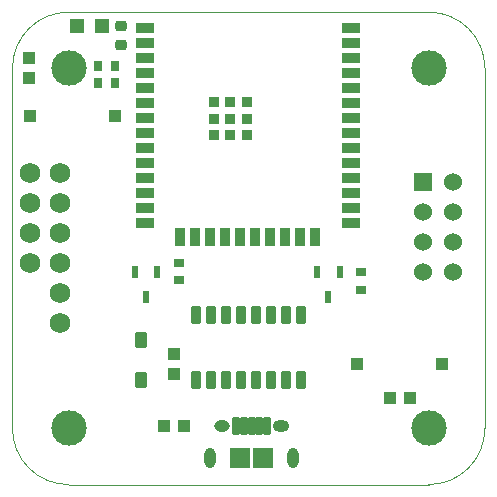
<source format=gbr>
%TF.GenerationSoftware,KiCad,Pcbnew,7.0.1*%
%TF.CreationDate,2023-08-30T02:16:58-03:00*%
%TF.ProjectId,PCB_FC_V2,5043425f-4643-45f5-9632-2e6b69636164,rev?*%
%TF.SameCoordinates,Original*%
%TF.FileFunction,Soldermask,Top*%
%TF.FilePolarity,Negative*%
%FSLAX46Y46*%
G04 Gerber Fmt 4.6, Leading zero omitted, Abs format (unit mm)*
G04 Created by KiCad (PCBNEW 7.0.1) date 2023-08-30 02:16:58*
%MOMM*%
%LPD*%
G01*
G04 APERTURE LIST*
G04 Aperture macros list*
%AMRoundRect*
0 Rectangle with rounded corners*
0 $1 Rounding radius*
0 $2 $3 $4 $5 $6 $7 $8 $9 X,Y pos of 4 corners*
0 Add a 4 corners polygon primitive as box body*
4,1,4,$2,$3,$4,$5,$6,$7,$8,$9,$2,$3,0*
0 Add four circle primitives for the rounded corners*
1,1,$1+$1,$2,$3*
1,1,$1+$1,$4,$5*
1,1,$1+$1,$6,$7*
1,1,$1+$1,$8,$9*
0 Add four rect primitives between the rounded corners*
20,1,$1+$1,$2,$3,$4,$5,0*
20,1,$1+$1,$4,$5,$6,$7,0*
20,1,$1+$1,$6,$7,$8,$9,0*
20,1,$1+$1,$8,$9,$2,$3,0*%
G04 Aperture macros list end*
%ADD10RoundRect,0.102000X-0.200000X-0.675000X0.200000X-0.675000X0.200000X0.675000X-0.200000X0.675000X0*%
%ADD11O,1.304000X1.004000*%
%ADD12O,1.404000X1.004000*%
%ADD13O,0.954000X1.704000*%
%ADD14RoundRect,0.102000X-0.750000X-0.775000X0.750000X-0.775000X0.750000X0.775000X-0.750000X0.775000X0*%
%ADD15R,0.650000X0.900000*%
%ADD16R,1.198880X1.198880*%
%ADD17R,1.000000X1.100000*%
%ADD18R,1.100000X1.000000*%
%ADD19R,0.900000X0.650000*%
%ADD20C,1.750000*%
%ADD21R,1.524000X1.524000*%
%ADD22C,1.524000*%
%ADD23RoundRect,0.225000X-0.250000X0.225000X-0.250000X-0.225000X0.250000X-0.225000X0.250000X0.225000X0*%
%ADD24R,0.599440X1.000760*%
%ADD25R,1.000760X1.000760*%
%ADD26RoundRect,0.151600X0.260400X-0.605400X0.260400X0.605400X-0.260400X0.605400X-0.260400X-0.605400X0*%
%ADD27C,2.999740*%
%ADD28R,1.500000X0.900000*%
%ADD29R,0.900000X1.500000*%
%ADD30R,0.900000X0.900000*%
%ADD31RoundRect,0.102000X0.365000X-0.605000X0.365000X0.605000X-0.365000X0.605000X-0.365000X-0.605000X0*%
%TA.AperFunction,Profile*%
%ADD32C,0.100000*%
%TD*%
G04 APERTURE END LIST*
D10*
%TO.C,J6*%
X136200000Y-105683757D03*
X136850000Y-105683757D03*
X137500000Y-105683757D03*
X138150000Y-105683757D03*
X138800000Y-105683757D03*
D11*
X135000000Y-105658757D03*
D12*
X140000000Y-105658757D03*
D13*
X133975000Y-108358757D03*
D14*
X136500000Y-108358757D03*
X138500000Y-108358757D03*
D13*
X141025000Y-108358757D03*
%TD*%
D15*
%TO.C,R13*%
X124475000Y-76600000D03*
X125925000Y-76600000D03*
%TD*%
D16*
%TO.C,LED1*%
X122750980Y-71800000D03*
X124849020Y-71800000D03*
%TD*%
D17*
%TO.C,C11*%
X130950000Y-101258757D03*
X130950000Y-99558757D03*
%TD*%
D18*
%TO.C,C12*%
X131800000Y-105658757D03*
X130100000Y-105658757D03*
%TD*%
D19*
%TO.C,R8*%
X131350000Y-91875000D03*
X131350000Y-93325000D03*
%TD*%
D20*
%TO.C,J5*%
X121290000Y-84258757D03*
X121290000Y-86798757D03*
X121290000Y-89338757D03*
X121290000Y-91878757D03*
X121290000Y-94418757D03*
X121290000Y-96958757D03*
X118750000Y-84258757D03*
X118750000Y-86798757D03*
X118750000Y-89338757D03*
X118750000Y-91878757D03*
%TD*%
D21*
%TO.C,U5*%
X152050000Y-85018757D03*
D22*
X154590000Y-85018757D03*
X152050000Y-87558757D03*
X154590000Y-87558757D03*
X152050000Y-90098757D03*
X154590000Y-90098757D03*
X152050000Y-92638757D03*
X154590000Y-92638757D03*
%TD*%
D18*
%TO.C,C14*%
X149200000Y-103258757D03*
X150900000Y-103258757D03*
%TD*%
D23*
%TO.C,C2*%
X126400000Y-71825000D03*
X126400000Y-73375000D03*
%TD*%
D24*
%TO.C,Q2*%
X144955000Y-92645477D03*
X143050000Y-92645477D03*
X144002500Y-94758757D03*
%TD*%
D25*
%TO.C,SW1*%
X125949180Y-79408757D03*
X118750820Y-79408757D03*
%TD*%
D26*
%TO.C,U4*%
X132805000Y-101750000D03*
X134075000Y-101750000D03*
X135345000Y-101750000D03*
X136615000Y-101750000D03*
X137885000Y-101750000D03*
X139155000Y-101750000D03*
X140425000Y-101750000D03*
X141695000Y-101750000D03*
X141695000Y-96250000D03*
X140425000Y-96250000D03*
X139155000Y-96250000D03*
X137885000Y-96250000D03*
X136615000Y-96250000D03*
X135345000Y-96250000D03*
X134075000Y-96250000D03*
X132805000Y-96250000D03*
%TD*%
D24*
%TO.C,Q1*%
X129502500Y-92645477D03*
X127597500Y-92645477D03*
X128550000Y-94758757D03*
%TD*%
D19*
%TO.C,R9*%
X146802500Y-92647117D03*
X146802500Y-94097117D03*
%TD*%
D27*
%TO.C,H4*%
X122000000Y-105858757D03*
%TD*%
D17*
%TO.C,C13*%
X118670000Y-74508757D03*
X118670000Y-76208757D03*
%TD*%
D27*
%TO.C,H3*%
X152500000Y-105858757D03*
%TD*%
D25*
%TO.C,SW2*%
X146450820Y-100408757D03*
X153649180Y-100408757D03*
%TD*%
D28*
%TO.C,U1*%
X128432000Y-73192757D03*
X128432000Y-75732757D03*
X128432000Y-77002757D03*
X128432000Y-74462757D03*
X128432000Y-78272757D03*
X128432000Y-79542757D03*
X128432000Y-80812757D03*
X128432000Y-82082757D03*
X128432000Y-83352757D03*
X128432000Y-84622757D03*
X128432000Y-85892757D03*
X128432000Y-87162757D03*
X128432000Y-88432757D03*
D29*
X132737000Y-89682757D03*
X141627000Y-89682757D03*
X142897000Y-89682757D03*
D28*
X145932000Y-88432757D03*
X145932000Y-87162757D03*
X145932000Y-85892757D03*
X145932000Y-84622757D03*
D29*
X134007000Y-89682757D03*
X135277000Y-89682757D03*
X136547000Y-89682757D03*
X137817000Y-89682757D03*
X139087000Y-89682757D03*
X140357000Y-89682757D03*
D28*
X145932000Y-83352757D03*
X145932000Y-82082757D03*
X145932000Y-73192757D03*
X145932000Y-80812757D03*
X145932000Y-74462757D03*
X145932000Y-77002757D03*
X145932000Y-75732757D03*
X145932000Y-78272757D03*
X128432000Y-71922757D03*
D29*
X131467000Y-89682757D03*
D30*
X134282000Y-78242757D03*
X134282000Y-79642757D03*
X134282000Y-81042757D03*
X135682000Y-78242757D03*
X135682000Y-79642757D03*
X135682000Y-81042757D03*
X137082000Y-78242757D03*
X137082000Y-79642757D03*
X137082000Y-81042757D03*
D28*
X145932000Y-71922757D03*
X145932000Y-79542757D03*
%TD*%
D31*
%TO.C,D2*%
X128150000Y-98408757D03*
X128150000Y-101768757D03*
%TD*%
D27*
%TO.C,H2*%
X152500000Y-75358757D03*
%TD*%
D15*
%TO.C,R1*%
X125925000Y-75200000D03*
X124475000Y-75200000D03*
%TD*%
D27*
%TO.C,H1*%
X122000000Y-75358757D03*
%TD*%
D32*
X117250043Y-105858757D02*
G75*
G03*
X122000000Y-110608757I4749957J-43D01*
G01*
X157250043Y-75358757D02*
G75*
G03*
X152500000Y-70608757I-4750043J-43D01*
G01*
X122000000Y-70608760D02*
G75*
G03*
X117250000Y-75358757I0J-4750000D01*
G01*
X152500000Y-110608757D02*
X122000000Y-110608757D01*
X117250000Y-105858757D02*
X117250000Y-75358757D01*
X152500000Y-110608800D02*
G75*
G03*
X157250000Y-105858756I0J4750000D01*
G01*
X122000000Y-70608757D02*
X152500000Y-70608757D01*
X157250000Y-75358757D02*
X157250000Y-105858757D01*
M02*

</source>
